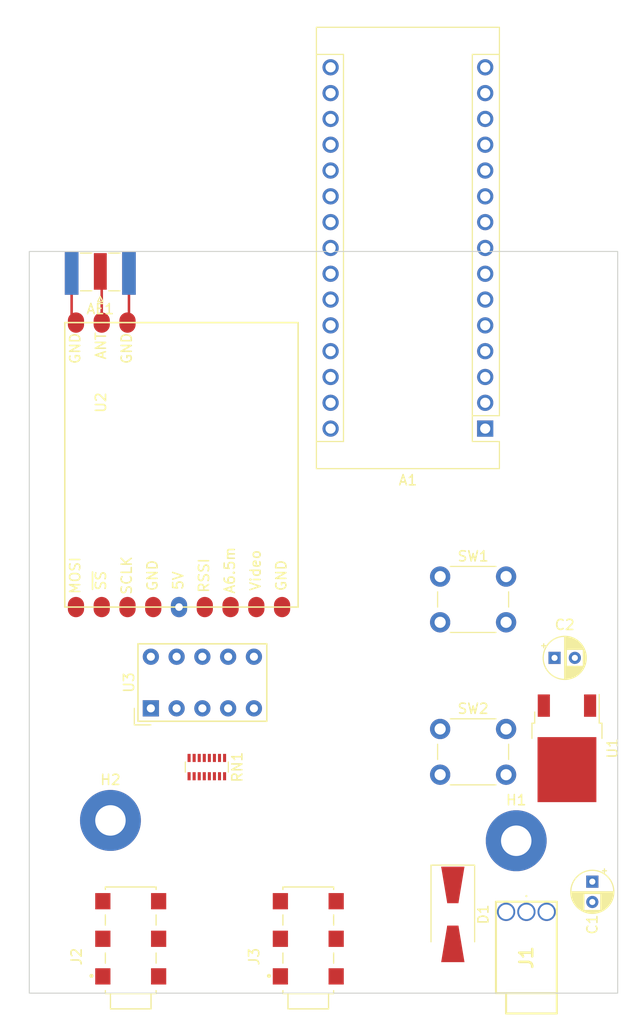
<source format=kicad_pcb>
(kicad_pcb (version 20211014) (generator pcbnew)
  (layers (0 "F.Cu" signal) (31 "B.Cu" signal) (34 "B.Paste" user) (35 "F.Paste" user) (36 "B.SilkS" user "B.Silkscreen") (37 "F.SilkS" user "F.Silkscreen") (38 "B.Mask" user) (39 "F.Mask" user) (44 "Edge.Cuts" user))
  (net 0 "")
  (net 1 "/TX")
  (net 2 "/RX")
  (net 5 "/SW1")
  (net 6 "/SW2")
  (net 7 "/RSSI_out")
  (net 9 "/7seg_a")
  (net 10 "/7seg_b")
  (net 11 "/7seg_c")
  (net 12 "/7seg_d")
  (net 13 "/MOSI")
  (net 14 "/RX5808_CS")
  (net 15 "/CLK")
  (net 16 "/7seg_dp")
  (net 19 "/7seg_e")
  (net 20 "/7seg_f")
  (net 21 "/7seg_g")
  (net 22 "/7seg_d0")
  (net 23 "/7seg_d1")
  (net 26 "/RSSI")
  (net 27 "+5V")
  (net 31 "Net-(AE1-Pad1)")
  (net 32 "Net-(AE1-Pad2)")
  (net 33 "Net-(C1-Pad1)")
  (net 34 "GND")
  (net 35 "+BATT")
  (net 36 "Net-(RN1-Pad1)")
  (net 37 "Net-(RN1-Pad2)")
  (net 38 "Net-(RN1-Pad3)")
  (net 39 "Net-(RN1-Pad4)")
  (net 40 "Net-(RN1-Pad5)")
  (net 41 "Net-(RN1-Pad6)")
  (net 42 "Net-(RN1-Pad7)")
  (net 43 "Net-(RN1-Pad8)")
  (net 44 "/7seg_d2")
  (footprint "Display_7Segment:HDSP-7401" (layer "F.Cu") (at 210.9825 97.9675 90)
    (fp_text reference "U3" (at 2.54 -2.159 90) (layer "F.SilkS"))
    (fp_text value "D2821ASR")
    (fp_line (start 6.35 -1.27) (end -1.27 -1.27) (layer "F.SilkS") (width 0.15))
    (fp_line (start -1.27 -1.27) (end -1.27 11.43) (layer "F.SilkS") (width 0.15))
    (fp_line (start -1.63 -1.63) (end 0 -1.63) (layer "F.SilkS") (width 0.12))
    (fp_line (start -1.63 0) (end -1.63 -1.63) (layer "F.SilkS") (width 0.12))
    (fp_line (start 6.35 11.43) (end 6.35 -1.27) (layer "F.SilkS") (width 0.15))
    (fp_line (start -1.27 11.43) (end 6.35 11.43) (layer "F.SilkS") (width 0.15))
    (pad "1" thru_hole rect locked (at 0 0 90) (size 1.6 1.6) (drill 0.8) (layers *.Cu *.Mask) (net 39 "Net-(RN1-Pad4)"))
    (pad "2" thru_hole circle locked (at 0 2.54 90) (size 1.6 1.6) (drill 0.8) (layers *.Cu *.Mask) (net 40 "Net-(RN1-Pad5)"))
    (pad "3" thru_hole circle locked (at 0 5.08 90) (size 1.6 1.6) (drill 0.8) (layers *.Cu *.Mask) (net 41 "Net-(RN1-Pad6)"))
    (pad "4" thru_hole circle locked (at 0 7.62 90) (size 1.6 1.6) (drill 0.8) (layers *.Cu *.Mask) (net 37 "Net-(RN1-Pad2)"))
    (pad "5" thru_hole circle locked (at 0 10.16 90) (size 1.6 1.6) (drill 0.8) (layers *.Cu *.Mask) (net 36 "Net-(RN1-Pad1)"))
    (pad "6" thru_hole circle locked (at 5.08 10.16 90) (size 1.6 1.6) (drill 0.8) (layers *.Cu *.Mask) (net 44 "/7seg_d2"))
    (pad "7" thru_hole circle locked (at 5.08 7.62 90) (size 1.6 1.6) (drill 0.8) (layers *.Cu *.Mask) (net 43 "Net-(RN1-Pad8)"))
    (pad "8" thru_hole circle locked (at 5.08 5.08 90) (size 1.6 1.6) (drill 0.8) (layers *.Cu *.Mask) (net 42 "Net-(RN1-Pad7)"))
    (pad "9" thru_hole circle locked (at 5.08 2.54 90) (size 1.6 1.6) (drill 0.8) (layers *.Cu *.Mask) (net 23 "/7seg_d1"))
    (pad "10" thru_hole circle locked (at 5.08 0 90) (size 1.6 1.6) (drill 0.8) (layers *.Cu *.Mask) (net 38 "Net-(RN1-Pad3)"))
  )
  (footprint "RX5808:CUI_SJ2-25414D-SMT-TR" (layer "F.Cu") (at 209 120.75 90)
    (fp_text reference "J2" (at -1.6537 -5.34267 90) (layer "F.SilkS") (effects (font (size 1.001622 1.001622))))
    (fp_text value "SJ2-25414D-SMT-TR")
    (fp_line (start -2.3 -2.5) (end -1.3 -2.5) (layer "F.SilkS") (width 0.127))
    (fp_line (start 4.95 -2.5) (end 5.2 -2.5) (layer "F.SilkS") (width 0.127))
    (fp_line (start -5.3 2) (end -5.3 -2) (layer "F.SilkS") (width 0.127))
    (fp_line (start -5.3 -2) (end -5.3 -2.5) (layer "F.SilkS") (width 0.127))
    (fp_line (start 4.95 2.5) (end 5.2 2.5) (layer "F.SilkS") (width 0.127))
    (fp_line (start -6.8 2) (end -5.3 2) (layer "F.SilkS") (width 0.127))
    (fp_line (start -5.3 -2.5) (end -5 -2.5) (layer "F.SilkS") (width 0.127))
    (fp_line (start -2.3 2.5) (end -1.3 2.5) (layer "F.SilkS") (width 0.127))
    (fp_line (start 1.45 -2.5) (end 2.45 -2.5) (layer "F.SilkS") (width 0.127))
    (fp_line (start -5.3 -2) (end -6.8 -2) (layer "F.SilkS") (width 0.127))
    (fp_line (start -6.8 -2) (end -6.8 2) (layer "F.SilkS") (width 0.127))
    (fp_line (start -5.3 2.5) (end -5 2.5) (layer "F.SilkS") (width 0.127))
    (fp_line (start -5.3 2.5) (end -5.3 2) (layer "F.SilkS") (width 0.127))
    (fp_line (start 1.45 2.5) (end 2.45 2.5) (layer "F.SilkS") (width 0.127))
    (fp_line (start 5.2 -2.5) (end 5.2 2.5) (layer "F.SilkS") (width 0.127))
    (fp_circle (center -3.55 -3.873) (end -3.45 -3.873) (layer "F.SilkS") (width 0.2) (fill none))
    (pad "" np_thru_hole circle (at -2.5 0 90) (size 1.5 1.5) (drill 1.5) (layers *.Cu *.Mask))
    (pad "" np_thru_hole circle (at 2.5 0 90) (size 1.5 1.5) (drill 1.5) (layers *.Cu *.Mask))
    (pad "1" smd rect (at -3.6 -2.75 90) (size 1.6 1.5) (layers "F.Cu" "F.Paste" "F.Mask"))
    (pad "2" smd rect (at 0.1 2.75 90) (size 1.6 1.5) (layers "F.Cu" "F.Paste" "F.Mask"))
    (pad "3" smd rect (at 0.1 -2.75 90) (size 1.6 1.5) (layers "F.Cu" "F.Paste" "F.Mask"))
    (pad "4" smd rect (at -3.6 2.75 90) (size 1.6 1.5) (layers "F.Cu" "F.Paste" "F.Mask"))
    (pad "10" smd rect (at 3.8 2.75 90) (size 1.6 1.5) (layers "F.Cu" "F.Paste" "F.Mask"))
    (pad "11" smd rect (at 3.8 -2.75 90) (size 1.6 1.5) (layers "F.Cu" "F.Paste" "F.Mask"))
  )
  (footprint "RX5808:RX5808" (layer "F.Cu") (at 202.5 60 -90)
    (fp_text reference "U2" (at 7.874 -3.556 90) (layer "F.SilkS"))
    (fp_text value "RX5808")
    (fp_text user "GND" (at 2.54 -1.016 90) (layer "F.SilkS"))
    (fp_text user "GND" (at 2.54 -6.096 90) (layer "F.SilkS"))
    (fp_text user "A6.5m" (at 24.384 -16.256 90) (layer "F.SilkS"))
    (fp_text user "~{SS}" (at 25.4 -3.556 90) (layer "F.SilkS"))
    (fp_text user "GND" (at 24.892 -8.636 90) (layer "F.SilkS"))
    (fp_text user "MOSI" (at 24.892 -1.016 90) (layer "F.SilkS"))
    (fp_text user "ANT" (at 2.286 -3.556 90) (layer "F.SilkS"))
    (fp_text user "SCLK" (at 24.892 -6.096 90) (layer "F.SilkS"))
    (fp_text user "RSSI" (at 24.892 -13.716 90) (layer "F.SilkS"))
    (fp_text user "Video" (at 24.384 -18.796 90) (layer "F.SilkS"))
    (fp_text user "5V" (at 25.4 -11.176 90) (layer "F.SilkS"))
    (fp_text user "GND" (at 24.892 -21.336 90) (layer "F.SilkS"))
    (fp_line (start 28 0) (end 28 -23) (layer "F.SilkS") (width 0.15))
    (fp_line (start 28 -23) (end 0 -23) (layer "F.SilkS") (width 0.15))
    (fp_line (start 0 0) (end 28 0) (layer "F.SilkS") (width 0.15))
    (fp_line (start 0 -23) (end 0 0) (layer "F.SilkS") (width 0.15))
    (pad "1" smd oval locked (at 28 -21.42 270) (size 2 1.6) (layers "F.Cu" "F.Paste" "F.Mask") (net 34 "GND"))
    (pad "2" smd oval locked (at 28 -18.88 270) (size 2 1.6) (layers "F.Cu" "F.Paste" "F.Mask"))
    (pad "3" smd oval locked (at 28 -16.34 270) (size 2 1.6) (layers "F.Cu" "F.Paste" "F.Mask"))
    (pad "4" smd oval locked (at 28 -13.8 270) (size 2 1.6) (layers "F.Cu" "F.Paste" "F.Mask") (net 26 "/RSSI"))
    (pad "5" thru_hole oval locked (at 28 -11.26 270) (size 2 1.6) (drill oval 0.75) (layers *.Cu *.Mask) (net 27 "+5V"))
    (pad "6" smd oval locked (at 28 -8.72 270) (size 2 1.6) (layers "F.Cu" "F.Paste" "F.Mask") (net 34 "GND"))
    (pad "7" smd oval locked (at 28 -6.18 270) (size 2 1.6) (layers "F.Cu" "F.Paste" "F.Mask") (net 15 "/CLK"))
    (pad "8" smd oval locked (at 28 -3.64 270) (size 2 1.6) (layers "F.Cu" "F.Paste" "F.Mask") (net 14 "/RX5808_CS"))
    (pad "9" smd oval locked (at 28 -1.1 270) (size 2 1.6) (layers "F.Cu" "F.Paste" "F.Mask") (net 13 "/MOSI"))
    (pad "10" smd oval locked (at 0 -6.18 270) (size 2 1.6) (layers "F.Cu" "F.Paste" "F.Mask") (net 32 "Net-(AE1-Pad2)"))
    (pad "11" smd oval locked (at 0 -3.64 270) (size 2 1.6) (layers "F.Cu" "F.Paste" "F.Mask") (net 31 "Net-(AE1-Pad1)"))
    (pad "12" smd oval locked (at 0 -1.1 270) (size 2 1.6) (layers "F.Cu" "F.Paste" "F.Mask") (net 32 "Net-(AE1-Pad2)"))
  )
  (footprint "Connector_Coaxial:SMA_Samtec_SMA-J-P-X-ST-EM1_EdgeMount" (layer "F.Cu") (at 206 55.1625 180)
    (fp_text reference "AE1" (at 0 -3.5) (layer "F.SilkS"))
    (fp_text value "Antenna_Shield")
    (fp_line (start 0.84 2) (end 1.95 2) (layer "F.SilkS") (width 0.12))
    (fp_line (start -1.95 2) (end -0.84 2) (layer "F.SilkS") (width 0.12))
    (fp_line (start 0.84 -1.71) (end 1.95 -1.71) (layer "F.SilkS") (width 0.12))
    (fp_line (start 0 -2.26) (end 0.25 -2.76) (layer "F.SilkS") (width 0.12))
    (fp_line (start -0.25 -2.76) (end 0 -2.26) (layer "F.SilkS") (width 0.12))
    (fp_line (start -1.95 -1.71) (end -0.84 -1.71) (layer "F.SilkS") (width 0.12))
    (fp_line (start 0.25 -2.76) (end -0.25 -2.76) (layer "F.SilkS") (width 0.12))
    (pad "1" smd rect locked (at 0 0.2 180) (size 1.27 3.6) (layers "F.Cu" "F.Paste" "F.Mask") (net 31 "Net-(AE1-Pad1)"))
    (pad "2" smd rect locked (at -2.825 0 180) (size 1.35 4.2) (layers "F.Cu" "F.Paste" "F.Mask") (net 32 "Net-(AE1-Pad2)"))
    (pad "2" smd rect locked (at 2.825 0 180) (size 1.35 4.2) (layers "F.Cu" "F.Paste" "F.Mask") (net 32 "Net-(AE1-Pad2)"))
    (pad "2" smd rect locked (at 2.825 0 180) (size 1.35 4.2) (layers "B.Cu" "B.Paste" "B.Mask") (net 32 "Net-(AE1-Pad2)"))
    (pad "2" smd rect locked (at -2.825 0 180) (size 1.35 4.2) (layers "B.Cu" "B.Paste" "B.Mask") (net 32 "Net-(AE1-Pad2)"))
  )
  (footprint "Capacitor_THT:CP_Radial_D4.0mm_P2.00mm" (layer "F.Cu") (at 254.5 115.027401 -90)
    (fp_text reference "C1" (at 4.222599 0 90) (layer "F.SilkS"))
    (fp_text value "47u16V")
    (fp_line (start 2.161 0.84) (end 2.161 1.735) (layer "F.SilkS") (width 0.12))
    (fp_line (start 2.041 0.84) (end 2.041 1.808) (layer "F.SilkS") (width 0.12))
    (fp_line (start 2.001 0.84) (end 2.001 1.83) (layer "F.SilkS") (width 0.12))
    (fp_line (start 2.521 -1.438) (end 2.521 -0.84) (layer "F.SilkS") (width 0.12))
    (fp_line (start 2.121 0.84) (end 2.121 1.76) (layer "F.SilkS") (width 0.12))
    (fp_line (start 1.52 -2.016) (end 1.52 -0.84) (layer "F.SilkS") (width 0.12))
    (fp_line (start 1.4 -2.042) (end 1.4 -0.84) (layer "F.SilkS") (width 0.12))
    (fp_line (start -1.269801 -1.195) (end -0.869801 -1.195) (layer "F.SilkS") (width 0.12))
    (fp_line (start 1.68 -1.968) (end 1.68 -0.84) (layer "F.SilkS") (width 0.12))
    (fp_line (start 2.201 0.84) (end 2.201 1.708) (layer "F.SilkS") (width 0.12))
    (fp_line (start 2.441 -1.516) (end 2.441 -0.84) (layer "F.SilkS") (width 0.12))
    (fp_line (start 1.56 0.84) (end 1.56 2.005) (layer "F.SilkS") (width 0.12))
    (fp_line (start 1.721 0.84) (end 1.721 1.954) (layer "F.SilkS") (width 0.12))
    (fp_line (start 2.601 0.84) (end 2.601 1.351) (layer "F.SilkS") (width 0.12))
    (fp_line (start 2.721 -1.2) (end 2.721 -0.84) (layer "F.SilkS") (width 0.12))
    (fp_line (start 2.921 -0.859) (end 2.921 0.859) (layer "F.SilkS") (width 0.12))
    (fp_line (start 2.281 -1.65) (end 2.281 -0.84) (layer "F.SilkS") (width 0.12))
    (fp_line (start 2.721 0.84) (end 2.721 1.2) (layer "F.SilkS") (width 0.12))
    (fp_line (start 2.081 -1.785) (end 2.081 -0.84) (layer "F.SilkS") (width 0.12))
    (fp_line (start 2.441 0.84) (end 2.441 1.516) (layer "F.SilkS") (width 0.12))
    (fp_line (start 1.24 0.84) (end 1.24 2.067) (layer "F.SilkS") (width 0.12))
    (fp_line (start 1.68 0.84) (end 1.68 1.968) (layer "F.SilkS") (width 0.12))
    (fp_line (start 1.52 0.84) (end 1.52 2.016) (layer "F.SilkS") (width 0.12))
    (fp_line (start 1.6 0.84) (end 1.6 1.994) (layer "F.SilkS") (width 0.12))
    (fp_line (start 1.801 -1.924) (end 1.801 -0.84) (layer "F.SilkS") (width 0.12))
    (fp_line (start 1.921 -1.87) (end 1.921 -0.84) (layer "F.SilkS") (width 0.12))
    (fp_line (start 1.04 -2.08) (end 1.04 2.08) (layer "F.SilkS") (width 0.12))
    (fp_line (start 1.32 0.84) (end 1.32 2.056) (layer "F.SilkS") (width 0.12))
    (fp_line (start 1.36 0.84) (end 1.36 2.05) (layer "F.SilkS") (width 0.12))
    (fp_line (start 2.681 -1.254) (end 2.681 -0.84) (layer "F.SilkS") (width 0.12))
    (fp_line (start 1.64 0.84) (end 1.64 1.982) (layer "F.SilkS") (width 0.12))
    (fp_line (start 2.401 -1.552) (end 2.401 -0.84) (layer "F.SilkS") (width 0.12))
    (fp_line (start 2.601 -1.351) (end 2.601 -0.84) (layer "F.SilkS") (width 0.12))
    (fp_line (start 1.761 -1.94) (end 1.761 -0.84) (layer "F.SilkS") (width 0.12))
    (fp_line (start 1.16 -2.074) (end 1.16 2.074) (layer "F.SilkS") (width 0.12))
    (fp_line (start 1.32 -2.056) (end 1.32 -0.84) (layer "F.SilkS") (width 0.12))
    (fp_line (start 1.761 0.84) (end 1.761 1.94) (layer "F.SilkS") (width 0.12))
    (fp_line (start 1.64 -1.982) (end 1.64 -0.84) (layer "F.SilkS") (width 0.12))
    (fp_line (start 1.08 -2.079) (end 1.08 2.079) (layer "F.SilkS") (width 0.12))
    (fp_line (start 2.761 -1.142) (end 2.761 -0.84) (layer "F.SilkS") (width 0.12))
    (fp_line (start 2.641 -1.304) (end 2.641 -0.84) (layer "F.SilkS") (width 0.12))
    (fp_line (start 2.641 0.84) (end 2.641 1.304) (layer "F.SilkS") (width 0.12))
    (fp_line (start 1 -2.08) (end 1 2.08) (layer "F.SilkS") (width 0.12))
    (fp_line (start 3.001 -0.664) (end 3.001 0.664) (layer "F.SilkS") (width 0.12))
    (fp_line (start 1.36 -2.05) (end 1.36 -0.84) (layer "F.SilkS") (width 0.12))
    (fp_line (start 2.561 0.84) (end 2.561 1.396) (layer "F.SilkS") (width 0.12))
    (fp_line (start 2.961 -0.768) (end 2.961 0.768) (layer "F.SilkS") (width 0.12))
    (fp_line (start 1.28 0.84) (end 1.28 2.062) (layer "F.SilkS") (width 0.12))
    (fp_line (start 2.881 -0.94) (end 2.881 0.94) (layer "F.SilkS") (width 0.12))
    (fp_line (start -1.069801 -1.395) (end -1.069801 -0.995) (layer "F.SilkS") (width 0.12))
    (fp_line (start 1.44 0.84) (end 1.44 2.034) (layer "F.SilkS") (width 0.12))
    (fp_line (start 1.24 -2.067) (end 1.24 -0.84) (layer "F.SilkS") (width 0.12))
    (fp_line (start 2.481 -1.478) (end 2.481 -0.84) (layer "F.SilkS") (width 0.12))
    (fp_line (start 1.56 -2.005) (end 1.56 -0.84) (layer "F.SilkS") (width 0.12))
    (fp_line (start 1.841 -1.907) (end 1.841 -0.84) (layer "F.SilkS") (width 0.12))
    (fp_line (start 2.241 -1.68) (end 2.241 -0.84) (layer "F.SilkS") (width 0.12))
    (fp_line (start 2.081 0.84) (end 2.081 1.785) (layer "F.SilkS") (width 0.12))
    (fp_line (start 2.161 -1.735) (end 2.161 -0.84) (layer "F.SilkS") (width 0.12))
    (fp_line (start 1.961 -1.851) (end 1.961 -0.84) (layer "F.SilkS") (width 0.12))
    (fp_line (start 1.44 -2.034) (end 1.44 -0.84) (layer "F.SilkS") (width 0.12))
    (fp_line (start 2.361 0.84) (end 2.361 1.587) (layer "F.SilkS") (width 0.12))
    (fp_line (start 1.4 0.84) (end 1.4 2.042) (layer "F.SilkS") (width 0.12))
    (fp_line (start 2.281 0.84) (end 2.281 1.65) (layer "F.SilkS") (width 0.12))
    (fp_line (start 2.801 0.84) (end 2.801 1.08) (layer "F.SilkS") (width 0.12))
    (fp_line (start 1.961 0.84) (end 1.961 1.851) (layer "F.SilkS") (width 0.12))
    (fp_line (start 2.761 0.84) (end 2.761 1.142) (layer "F.SilkS") (width 0.12))
    (fp_line (start 1.881 -1.889) (end 1.881 -0.84) (layer "F.SilkS") (width 0.12))
    (fp_line (start 1.881 0.84) (end 1.881 1.889) (layer "F.SilkS") (width 0.12))
    (fp_line (start 3.081 -0.37) (end 3.081 0.37) (layer "F.SilkS") (width 0.12))
    (fp_line (start 1.921 0.84) (end 1.921 1.87) (layer "F.SilkS") (width 0.12))
    (fp_line (start 1.48 0.84) (end 1.48 2.025) (layer "F.SilkS") (width 0.12))
    (fp_line (start 2.041 -1.808) (end 2.041 -0.84) (layer "F.SilkS") (width 0.12))
    (fp_line (start 2.561 -1.396) (end 2.561 -0.84) (layer "F.SilkS") (width 0.12))
    (fp_line (start 2.801 -1.08) (end 2.801 -0.84) (layer "F.SilkS") (width 0.12))
    (fp_line (start 2.521 0.84) (end 2.521 1.438) (layer "F.SilkS") (width 0.12))
    (fp_line (start 2.241 0.84) (end 2.241 1.68) (layer "F.SilkS") (width 0.12))
    (fp_line (start 2.401 0.84) (end 2.401 1.552) (layer "F.SilkS") (width 0.12))
    (fp_line (start 1.28 -2.062) (end 1.28 -0.84) (layer "F.SilkS") (width 0.12))
    (fp_line (start 2.321 0.84) (end 2.321 1.619) (layer "F.SilkS") (width 0.12))
    (fp_line (start 1.841 0.84) (end 1.841 1.907) (layer "F.SilkS") (width 0.12))
    (fp_line (start 2.001 -1.83) (end 2.001 -0.84) (layer "F.SilkS") (width 0.12))
    (fp_line (start 2.201 -1.708) (end 2.201 -0.84) (layer "F.SilkS") (width 0.12))
    (fp_line (start 2.681 0.84) (end 2.681 1.254) (layer "F.SilkS") (width 0.12))
    (fp_line (start 2.841 -1.013) (end 2.841 1.013) (layer "F.SilkS") (width 0.12))
    (fp_line (start 3.041 -0.537) (end 3.041 0.537) (layer "F.SilkS") (width 0.12))
    (fp_line (start 1.6 -1.994) (end 1.6 -0.84) (layer "F.SilkS") (width 0.12))
    (fp_line (start 2.121 -1.76) (end 2.121 -0.84) (layer "F.SilkS") (width 0.12))
    (fp_line (start 2.481 0.84) (end 2.481 1.478) (layer "F.SilkS") (width 0.12))
    (fp_line (start 1.12 -2.077) (end 1.12 2.077) (layer "F.SilkS") (width 0.12))
    (fp_line (start 1.2 -2.071) (end 1.2 -0.84) (layer "F.SilkS") (width 0.12))
    (fp_line (start 1.48 -2.025) (end 1.48 -0.84) (layer "F.SilkS") (width 0.12))
    (fp_line (start 2.321 -1.619) (end 2.321 -0.84) (layer "F.SilkS") (width 0.12))
    (fp_line (start 2.361 -1.587) (end 2.361 -0.84) (layer "F.SilkS") (width 0.12))
    (fp_line (start 1.2 0.84) (end 1.2 2.071) (layer "F.SilkS") (width 0.12))
    (fp_line (start 1.721 -1.954) (end 1.721 -0.84) (layer "F.SilkS") (width 0.12))
    (fp_line (start 1.801 0.84) (end 1.801 1.924) (layer "F.SilkS") (width 0.12))
    (fp_circle (center 1 0) (end 3.12 0) (layer "F.SilkS") (width 0.12) (fill none))
    (pad "1" thru_hole rect (at 0 0 270) (size 1.2 1.2) (drill 0.6) (layers *.Cu *.Mask) (net 33 "Net-(C1-Pad1)"))
    (pad "2" thru_hole circle (at 2 0 270) (size 1.2 1.2) (drill 0.6) (layers *.Cu *.Mask) (net 34 "GND"))
  )
  (footprint "RX5808:PJ040CH" (layer "F.Cu") (at 248 118 90)
    (fp_text reference "J1" (at -4.5 0 90) (layer "F.SilkS") (effects (font (size 1.27 1.27) (thickness 0.254))))
    (fp_text value "Barrel_Jack" hide)
    (fp_line (start -8 3) (end -8 -3) (layer "F.SilkS") (width 0.2))
    (fp_line (start -8 -3) (end 1 -3) (layer "F.SilkS") (width 0.2))
    (fp_line (start -10 -2) (end -8 -2) (layer "F.SilkS") (width 0.2))
    (fp_line (start -10 3) (end -10 -2) (layer "F.SilkS") (width 0.2))
    (fp_line (start 1 -3) (end 1 3) (layer "F.SilkS") (width 0.2))
    (fp_line (start 1.5 0) (end 1.5 0) (layer "F.SilkS") (width 0.1))
    (fp_line (start 1.6 0) (end 1.6 0) (layer "F.SilkS") (width 0.1))
    (fp_line (start 1 3) (end -8 3) (layer "F.SilkS") (width 0.2))
    (fp_line (start -8 3) (end -10 3) (layer "F.SilkS") (width 0.2))
    (fp_line (start -8 -2) (end -8 3) (layer "F.SilkS") (width 0.2))
    (fp_arc (start 1.5 0) (mid 1.55 -0.05) (end 1.6 0) (layer "F.SilkS") (width 0.1))
    (fp_arc (start 1.6 0) (mid 1.55 0.05) (end 1.5 0) (layer "F.SilkS") (width 0.1))
    (pad "" np_thru_hole circle locked (at -6 -2 90) (size 1.3 1.3) (drill 1.3) (layers *.Cu *.Mask))
    (pad "" np_thru_hole circle locked (at -6 2 90) (size 1.3 1.3) (drill 1.3) (layers *.Cu *.Mask))
    (pad "1" thru_hole circle locked (at 0 0 90) (size 1.8 1.8) (drill 1.44) (layers *.Cu *.Mask) (net 35 "+BATT"))
    (pad "2" thru_hole circle locked (at 0 2 90) (size 1.8 1.8) (drill 1.44) (layers *.Cu *.Mask) (net 34 "GND"))
    (pad "3" thru_hole circle locked (at 0 -2 90) (size 1.8 1.8) (drill 1.44) (layers *.Cu *.Mask) (net 34 "GND"))
  )
  (footprint "Button_Switch_THT:SW_PUSH_6mm_H13mm" (layer "F.Cu") (at 239.5 100)
    (fp_text reference "SW2" (at 3.25 -2) (layer "F.SilkS"))
    (fp_text value "SW_Push")
    (fp_line (start -0.25 1.5) (end -0.25 3) (layer "F.SilkS") (width 0.12))
    (fp_line (start 6.75 3) (end 6.75 1.5) (layer "F.SilkS") (width 0.12))
    (fp_line (start 1 5.5) (end 5.5 5.5) (layer "F.SilkS") (width 0.12))
    (fp_line (start 5.5 -1) (end 1 -1) (layer "F.SilkS") (width 0.12))
    (pad "1" thru_hole circle locked (at 0 0 90) (size 2 2) (drill 1.1) (layers *.Cu *.Mask) (net 5 "/SW1"))
    (pad "1" thru_hole circle locked (at 6.5 0 90) (size 2 2) (drill 1.1) (layers *.Cu *.Mask) (net 5 "/SW1"))
    (pad "2" thru_hole circle locked (at 0 4.5 90) (size 2 2) (drill 1.1) (layers *.Cu *.Mask) (net 34 "GND"))
    (pad "2" thru_hole circle locked (at 6.5 4.5 90) (size 2 2) (drill 1.1) (layers *.Cu *.Mask) (net 34 "GND"))
  )
  (footprint "MountingHole:MountingHole_3mm_Pad" (layer "F.Cu") (at 247 111)
    (fp_text reference "H1" (at 0 -4) (layer "F.SilkS"))
    (fp_text value "MountingHole_Pad")
    (pad "1" thru_hole circle (at 0 0) (size 6 6) (drill 3) (layers *.Cu *.Mask) (net 34 "GND"))
  )
  (footprint "MountingHole:MountingHole_3mm_Pad" (layer "F.Cu") (at 207 109)
    (fp_text reference "H2" (at 0 -4) (layer "F.SilkS"))
    (fp_text value "MountingHole_Pad")
    (pad "1" thru_hole circle (at 0 0) (size 6 6) (drill 3) (layers *.Cu *.Mask) (net 34 "GND"))
  )
  (footprint "RX5808:CUI_SJ2-25414D-SMT-TR" (layer "F.Cu") (at 226.5 120.75 90)
    (fp_text reference "J3" (at -1.6537 -5.34267 90) (layer "F.SilkS") (effects (font (size 1.001622 1.001622))))
    (fp_text value "SJ2-25414D-SMT-TR")
    (fp_line (start 4.95 -2.5) (end 5.2 -2.5) (layer "F.SilkS") (width 0.127))
    (fp_line (start -6.8 -2) (end -6.8 2) (layer "F.SilkS") (width 0.127))
    (fp_line (start 4.95 2.5) (end 5.2 2.5) (layer "F.SilkS") (width 0.127))
    (fp_line (start -2.3 2.5) (end -1.3 2.5) (layer "F.SilkS") (width 0.127))
    (fp_line (start -5.3 2.5) (end -5.3 2) (layer "F.SilkS") (width 0.127))
    (fp_line (start -5.3 -2) (end -6.8 -2) (layer "F.SilkS") (width 0.127))
    (fp_line (start -5.3 2.5) (end -5 2.5) (layer "F.SilkS") (width 0.127))
    (fp_line (start -5.3 -2.5) (end -5 -2.5) (layer "F.SilkS") (width 0.127))
    (fp_line (start 1.45 -2.5) (end 2.45 -2.5) (layer "F.SilkS") (width 0.127))
    (fp_line (start -5.3 -2) (end -5.3 -2.5) (layer "F.SilkS") (width 0.127))
    (fp_line (start 1.45 2.5) (end 2.45 2.5) (layer "F.SilkS") (width 0.127))
    (fp_line (start -2.3 -2.5) (end -1.3 -2.5) (layer "F.SilkS") (width 0.127))
    (fp_line (start -5.3 2) (end -5.3 -2) (layer "F.SilkS") (width 0.127))
    (fp_line (start 5.2 -2.5) (end 5.2 2.5) (layer "F.SilkS") (width 0.127))
    (fp_line (start -6.8 2) (end -5.3 2) (layer "F.SilkS") (width 0.127))
    (fp_circle (center -3.55 -3.873) (end -3.45 -3.873) (layer "F.SilkS") (width 0.2) (fill none))
    (pad "" np_thru_hole circle (at -2.5 0 90) (size 1.5 1.5) (drill 1.5) (layers *.Cu *.Mask))
    (pad "" np_thru_hole circle (at 2.5 0 90) (size 1.5 1.5) (drill 1.5) (layers *.Cu *.Mask))
    (pad "1" smd rect (at -3.6 -2.75 90) (size 1.6 1.5) (layers "F.Cu" "F.Paste" "F.Mask"))
    (pad "2" smd rect (at 0.1 2.75 90) (size 1.6 1.5) (layers "F.Cu" "F.Paste" "F.Mask"))
    (pad "3" smd rect (at 0.1 -2.75 90) (size 1.6 1.5) (layers "F.Cu" "F.Paste" "F.Mask"))
    (pad "4" smd rect (at -3.6 2.75 90) (size 1.6 1.5) (layers "F.Cu" "F.Paste" "F.Mask"))
    (pad "10" smd rect (at 3.8 2.75 90) (size 1.6 1.5) (layers "F.Cu" "F.Paste" "F.Mask"))
    (pad "11" smd rect (at 3.8 -2.75 90) (size 1.6 1.5) (layers "F.Cu" "F.Paste" "F.Mask"))
  )
  (footprint "Capacitor_THT:CP_Radial_D4.0mm_P2.00mm" (layer "F.Cu") (at 250.777401 93)
    (fp_text reference "C2" (at 1 -3.25) (layer "F.SilkS"))
    (fp_text value "470u10V")
    (fp_line (start 1.56 0.84) (end 1.56 2.005) (layer "F.SilkS") (width 0.12))
    (fp_line (start 2.721 0.84) (end 2.721 1.2) (layer "F.SilkS") (width 0.12))
    (fp_line (start 1.16 -2.074) (end 1.16 2.074) (layer "F.SilkS") (width 0.12))
    (fp_line (start 2.561 0.84) (end 2.561 1.396) (layer "F.SilkS") (width 0.12))
    (fp_line (start -1.069801 -1.395) (end -1.069801 -0.995) (layer "F.SilkS") (width 0.12))
    (fp_line (start 1.4 0.84) (end 1.4 2.042) (layer "F.SilkS") (width 0.12))
    (fp_line (start 1.52 0.84) (end 1.52 2.016) (layer "F.SilkS") (width 0.12))
    (fp_line (start 2.641 -1.304) (end 2.641 -0.84) (layer "F.SilkS") (width 0.12))
    (fp_line (start 1.48 0.84) (end 1.48 2.025) (layer "F.SilkS") (width 0.12))
    (fp_line (start 2.481 0.84) (end 2.481 1.478) (layer "F.SilkS") (width 0.12))
    (fp_line (start 2.201 0.84) (end 2.201 1.708) (layer "F.SilkS") (width 0.12))
    (fp_line (start 2.601 -1.351) (end 2.601 -0.84) (layer "F.SilkS") (width 0.12))
    (fp_line (start -1.269801 -1.195) (end -0.869801 -1.195) (layer "F.SilkS") (width 0.12))
    (fp_line (start 1.24 -2.067) (end 1.24 -0.84) (layer "F.SilkS") (width 0.12))
    (fp_line (start 3.081 -0.37) (end 3.081 0.37) (layer "F.SilkS") (width 0.12))
    (fp_line (start 1.68 -1.968) (end 1.68 -0.84) (layer "F.SilkS") (width 0.12))
    (fp_line (start 2.001 -1.83) (end 2.001 -0.84) (layer "F.SilkS") (width 0.12))
    (fp_line (start 1.841 -1.907) (end 1.841 -0.84) (layer "F.SilkS") (width 0.12))
    (fp_line (start 1.28 0.84) (end 1.28 2.062) (layer "F.SilkS") (width 0.12))
    (fp_line (start 2.241 -1.68) (end 2.241 -0.84) (layer "F.SilkS") (width 0.12))
    (fp_line (start 2.121 0.84) (end 2.121 1.76) (layer "F.SilkS") (width 0.12))
    (fp_line (start 1.68 0.84) (end 1.68 1.968) (layer "F.SilkS") (width 0.12))
    (fp_line (start 1.921 0.84) (end 1.921 1.87) (layer "F.SilkS") (width 0.12))
    (fp_line (start 1.761 0.84) (end 1.761 1.94) (layer "F.SilkS") (width 0.12))
    (fp_line (start 2.521 0.84) (end 2.521 1.438) (layer "F.SilkS") (width 0.12))
    (fp_line (start 2.761 0.84) (end 2.761 1.142) (layer "F.SilkS") (width 0.12))
    (fp_line (start 1.2 -2.071) (end 1.2 -0.84) (layer "F.SilkS") (width 0.12))
    (fp_line (start 1.36 -2.05) (end 1.36 -0.84) (layer "F.SilkS") (width 0.12))
    (fp_line (start 1.52 -2.016) (end 1.52 -0.84) (layer "F.SilkS") (width 0.12))
    (fp_line (start 1.801 -1.924) (end 1.801 -0.84) (layer "F.SilkS") (width 0.12))
    (fp_line (start 2.681 -1.254) (end 2.681 -0.84) (layer "F.SilkS") (width 0.12))
    (fp_line (start 2.121 -1.76) (end 2.121 -0.84) (layer "F.SilkS") (width 0.12))
    (fp_line (start 1.28 -2.062) (end 1.28 -0.84) (layer "F.SilkS") (width 0.12))
    (fp_line (start 1.64 -1.982) (end 1.64 -0.84) (layer "F.SilkS") (width 0.12))
    (fp_line (start 2.081 0.84) (end 2.081 1.785) (layer "F.SilkS") (width 0.12))
    (fp_line (start 2.361 -1.587) (end 2.361 -0.84) (layer "F.SilkS") (width 0.12))
    (fp_line (start 2.561 -1.396) (end 2.561 -0.84) (layer "F.SilkS") (width 0.12))
    (fp_line (start 1.32 0.84) (end 1.32 2.056) (layer "F.SilkS") (width 0.12))
    (fp_line (start 2.721 -1.2) (end 2.721 -0.84) (layer "F.SilkS") (width 0.12))
    (fp_line (start 2.921 -0.859) (end 2.921 0.859) (layer "F.SilkS") (width 0.12))
    (fp_line (start 1.32 -2.056) (end 1.32 -0.84) (layer "F.SilkS") (width 0.12))
    (fp_line (start 1.961 -1.851) (end 1.961 -0.84) (layer "F.SilkS") (width 0.12))
    (fp_line (start 1.2 0.84) (end 1.2 2.071) (layer "F.SilkS") (width 0.12))
    (fp_line (start 2.041 0.84) (end 2.041 1.808) (layer "F.SilkS") (width 0.12))
    (fp_line (start 2.961 -0.768) (end 2.961 0.768) (layer "F.SilkS") (width 0.12))
    (fp_line (start 2.481 -1.478) (end 2.481 -0.84) (layer "F.SilkS") (width 0.12))
    (fp_line (start 2.401 -1.552) (end 2.401 -0.84) (layer "F.SilkS") (width 0.12))
    (fp_line (start 2.241 0.84) (end 2.241 1.68) (layer "F.SilkS") (width 0.12))
    (fp_line (start 2.081 -1.785) (end 2.081 -0.84) (layer "F.SilkS") (width 0.12))
    (fp_line (start 1.04 -2.08) (end 1.04 2.08) (layer "F.SilkS") (width 0.12))
    (fp_line (start 1.56 -2.005) (end 1.56 -0.84) (layer "F.SilkS") (width 0.12))
    (fp_line (start 2.801 0.84) (end 2.801 1.08) (layer "F.SilkS") (width 0.12))
    (fp_line (start 1.881 0.84) (end 1.881 1.889) (layer "F.SilkS") (width 0.12))
    (fp_line (start 1.44 -2.034) (end 1.44 -0.84) (layer "F.SilkS") (width 0.12))
    (fp_line (start 3.001 -0.664) (end 3.001 0.664) (layer "F.SilkS") (width 0.12))
    (fp_line (start 1.24 0.84) (end 1.24 2.067) (layer "F.SilkS") (width 0.12))
    (fp_line (start 1.721 -1.954) (end 1.721 -0.84) (layer "F.SilkS") (width 0.12))
    (fp_line (start 2.201 -1.708) (end 2.201 -0.84) (layer "F.SilkS") (width 0.12))
    (fp_line (start 1.801 0.84) (end 1.801 1.924) (layer "F.SilkS") (width 0.12))
    (fp_line (start 2.161 0.84) (end 2.161 1.735) (layer "F.SilkS") (width 0.12))
    (fp_line (start 2.881 -0.94) (end 2.881 0.94) (layer "F.SilkS") (width 0.12))
    (fp_line (start 1.881 -1.889) (end 1.881 -0.84) (layer "F.SilkS") (width 0.12))
    (fp_line (start 1.64 0.84) (end 1.64 1.982) (layer "F.SilkS") (width 0.12))
    (fp_line (start 2.641 0.84) (end 2.641 1.304) (layer "F.SilkS") (width 0.12))
    (fp_line (start 1.4 -2.042) (end 1.4 -0.84) (layer "F.SilkS") (width 0.12))
    (fp_line (start 1.48 -2.025) (end 1.48 -0.84) (layer "F.SilkS") (width 0.12))
    (fp_line (start 2.801 -1.08) (end 2.801 -0.84) (layer "F.SilkS") (width 0.12))
    (fp_line (start 2.321 -1.619) (end 2.321 -0.84) (layer "F.SilkS") (width 0.12))
    (fp_line (start 3.041 -0.537) (end 3.041 0.537) (layer "F.SilkS") (width 0.12))
    (fp_line (start 2.321 0.84) (end 2.321 1.619) (layer "F.SilkS") (width 0.12))
    (fp_line (start 1.921 -1.87) (end 1.921 -0.84) (layer "F.SilkS") (width 0.12))
    (fp_line (start 1.761 -1.94) (end 1.761 -0.84) (layer "F.SilkS") (width 0.12))
    (fp_line (start 2.041 -1.808) (end 2.041 -0.84) (layer "F.SilkS") (width 0.12))
    (fp_line (start 1.36 0.84) (end 1.36 2.05) (layer "F.SilkS") (width 0.12))
    (fp_line (start 2.681 0.84) (end 2.681 1.254) (layer "F.SilkS") (width 0.12))
    (fp_line (start 1.721 0.84) (end 1.721 1.954) (layer "F.SilkS") (width 0.12))
    (fp_line (start 2.601 0.84) (end 2.601 1.351) (layer "F.SilkS") (width 0.12))
    (fp_line (start 2.281 -1.65) (end 2.281 -0.84) (layer "F.SilkS") (width 0.12))
    (fp_line (start 2.401 0.84) (end 2.401 1.552) (layer "F.SilkS") (width 0.12))
    (fp_line (start 1.6 0.84) (end 1.6 1.994) (layer "F.SilkS") (width 0.12))
    (fp_line (start 2.841 -1.013) (end 2.841 1.013) (layer "F.SilkS") (width 0.12))
    (fp_line (start 1.961 0.84) (end 1.961 1.851) (layer "F.SilkS") (width 0.12))
    (fp_line (start 2.281 0.84) (end 2.281 1.65) (layer "F.SilkS") (width 0.12))
    (fp_line (start 2.441 -1.516) (end 2.441 -0.84) (layer "F.SilkS") (width 0.12))
    (fp_line (start 1.12 -2.077) (end 1.12 2.077) (layer "F.SilkS") (width 0.12))
    (fp_line (start 1.6 -1.994) (end 1.6 -0.84) (layer "F.SilkS") (width 0.12))
    (fp_line (start 2.761 -1.142) (end 2.761 -0.84) (layer "F.SilkS") (width 0.12))
    (fp_line (start 2.361 0.84) (end 2.361 1.587) (layer "F.SilkS") (width 0.12))
    (fp_line (start 2.161 -1.735) (end 2.161 -0.84) (layer "F.SilkS") (width 0.12))
    (fp_line (start 1.08 -2.079) (end 1.08 2.079) (layer "F.SilkS") (width 0.12))
    (fp_line (start 2.521 -1.438) (end 2.521 -0.84) (layer "F.SilkS") (width 0.12))
    (fp_line (start 2.001 0.84) (end 2.001 1.83) (layer "F.SilkS") (width 0.12))
    (fp_line (start 1.44 0.84) (end 1.44 2.034) (layer "F.SilkS") (width 0.12))
    (fp_line (start 1.841 0.84) (end 1.841 1.907) (layer "F.SilkS") (width 0.12))
    (fp_line (start 1 -2.08) (end 1 2.08) (layer "F.SilkS") (width 0.12))
    (fp_line (start 2.441 0.84) (end 2.441 1.516) (layer "F.SilkS") (width 0.12))
    (fp_circle (center 1 0) (end 3.12 0) (layer "F.SilkS") (width 0.12) (fill none))
    (pad "1" thru_hole rect (at 0 0) (size 1.2 1.2) (drill 0.6) (layers *.Cu *.Mask) (net 27 "+5V"))
    (pad "2" thru_hole circle (at 2 0) (size 1.2 1.2) (drill 0.6) (layers *.Cu *.Mask) (net 34 "GND"))
  )
  (footprint "Resistor_SMD:R_Array_Convex_8x0602" (layer "F.Cu") (at 216.5 103.75 -90)
    (fp_text reference "RN1" (at 0 -3 90) (layer "F.SilkS"))
    (fp_text value "220R")
    (fp_line (start 0.5 2.12) (end -0.5 2.12) (layer "F.SilkS") (width 0.12))
    (fp_line (start 0.5 -2.12) (end -0.5 -2.12) (layer "F.SilkS") (width 0.12))
    (pad "1" smd rect (at -0.9 -1.75 270) (size 0.8 0.3) (layers "F.Cu" "F.Paste" "F.Mask") (net 36 "Net-(RN1-Pad1)"))
    (pad "2" smd rect (at -0.9 -1.25 270) (size 0.8 0.3) (layers "F.Cu" "F.Paste" "F.Mask") (net 37 "Net-(RN1-Pad2)"))
    (pad "3" smd rect (at -0.9 -0.75 270) (size 0.8 0.3) (layers "F.Cu" "F.Paste" "F.Mask") (net 38 "Net-(RN1-Pad3)"))
    (pad "4" smd rect (at -0.9 -0.25 270) (size 0.8 0.3) (layers "F.Cu" "F.Paste" "F.Mask") (net 39 "Net-(RN1-Pad4)"))
    (pad "5" smd rect (at -0.9 0.25 270) (size 0.8 0.3) (layers "F.Cu" "F.Paste" "F.Mask") (net 40 "Net-(RN1-Pad5)"))
    (pad "6" smd rect (at -0.9 0.75 270) (size 0.8 0.3) (layers "F.Cu" "F.Paste" "F.Mask") (net 41 "Net-(RN1-Pad6)"))
    (pad "7" smd rect (at -0.9 1.25 270) (size 0.8 0.3) (layers "F.Cu" "F.Paste" "F.Mask") (net 42 "Net-(RN1-Pad7)"))
    (pad "8" smd rect (at -0.9 1.75 270) (size 0.8 0.3) (layers "F.Cu" "F.Paste" "F.Mask") (net 43 "Net-(RN1-Pad8)"))
    (pad "9" smd rect (at 0.9 1.75 270) (size 0.8 0.3) (layers "F.Cu" "F.Paste" "F.Mask") (net 9 "/7seg_a"))
    (pad "10" smd rect (at 0.9 1.25 270) (size 0.8 0.3) (layers "F.Cu" "F.Paste" "F.Mask") (net 10 "/7seg_b"))
    (pad "11" smd rect (at 0.9 0.75 270) (size 0.8 0.3) (layers "F.Cu" "F.Paste" "F.Mask") (net 11 "/7seg_c"))
    (pad "12" smd rect (at 0.9 0.25 270) (size 0.8 0.3) (layers "F.Cu" "F.Paste" "F.Mask") (net 12 "/7seg_d"))
    (pad "13" smd rect (at 0.9 -0.25 270) (size 0.8 0.3) (layers "F.Cu" "F.Paste" "F.Mask") (net 19 "/7seg_e"))
    (pad "14" smd rect (at 0.9 -0.75 270) (size 0.8 0.3) (layers "F.Cu" "F.Paste" "F.Mask") (net 20 "/7seg_f"))
    (pad "15" smd rect (at 0.9 -1.25 270) (size 0.8 0.3) (layers "F.Cu" "F.Paste" "F.Mask") (net 21 "/7seg_g"))
    (pad "16" smd rect (at 0.9 -1.75 270) (size 0.8 0.3) (layers "F.Cu" "F.Paste" "F.Mask") (net 16 "/7seg_dp"))
  )
  (footprint "Package_TO_SOT_SMD:TO-252-2" (layer "F.Cu") (at 252 101.9 -90)
    (fp_text reference "U1" (at 0 -4.5 -90) (layer "F.SilkS"))
    (fp_text value "L7805")
    (fp_line (start -2.47 -3.18) (end -5.3 -3.18) (layer "F.SilkS") (width 0.12))
    (fp_line (start -2.47 -3.45) (end -2.47 -3.18) (layer "F.SilkS") (width 0.12))
    (fp_line (start -0.97 -3.45) (end -2.47 -3.45) (layer "F.SilkS") (width 0.12))
    (fp_line (start -0.97 3.45) (end -2.47 3.45) (layer "F.SilkS") (width 0.12))
    (fp_line (start -2.47 3.18) (end -3.57 3.18) (layer "F.SilkS") (width 0.12))
    (fp_line (start -2.47 3.45) (end -2.47 3.18) (layer "F.SilkS") (width 0.12))
    (pad "1" smd rect (at -4.2 -2.28 270) (size 2.2 1.2) (layers "F.Cu" "F.Paste" "F.Mask") (net 33 "Net-(C1-Pad1)"))
    (pad "2" smd rect (at 2.1 0 270) (size 6.4 5.8) (layers "F.Cu" "F.Mask") (net 34 "GND"))
    (pad "3" smd rect (at -4.2 2.28 270) (size 2.2 1.2) (layers "F.Cu" "F.Paste" "F.Mask") (net 27 "+5V"))
  )
  (footprint "Module:Arduino_Nano" (layer "F.Cu") (at 243.9416 70.4342 180)
    (fp_text reference "A1" (at 7.62 -5.08) (layer "F.SilkS"))
    (fp_text value "Arduino_Nano_v2.x")
    (fp_line (start 13.97 -1.27) (end 13.97 36.83) (layer "F.SilkS") (width 0.12))
    (fp_line (start 13.97 36.83) (end 16.64 36.83) (layer "F.SilkS") (width 0.12))
    (fp_line (start -1.4 39.5) (end 16.64 39.5) (layer "F.SilkS") (width 0.12))
    (fp_line (start 1.27 -1.27) (end -1.4 -1.27) (layer "F.SilkS") (width 0.12))
    (fp_line (start -1.4 1.27) (end -1.4 39.5) (layer "F.SilkS") (width 0.12))
    (fp_line (start 1.27 1.27) (end -1.4 1.27) (layer "F.SilkS") (width 0.12))
    (fp_line (start 1.27 1.27) (end 1.27 -1.27) (layer "F.SilkS") (width 0.12))
    (fp_line (start 16.64 -3.94) (end -1.4 -3.94) (layer "F.SilkS") (width 0.12))
    (fp_line (start 16.64 39.5) (end 16.64 -3.94) (layer "F.SilkS") (width 0.12))
    (fp_line (start -1.4 -3.94) (end -1.4 -1.27) (layer "F.SilkS") (width 0.12))
    (fp_line (start 1.27 1.27) (end 1.27 36.83) (layer "F.SilkS") (width 0.12))
    (fp_line (start 1.27 36.83) (end -1.4 36.83) (layer "F.SilkS") (width 0.12))
    (fp_line (start 13.97 -1.27) (end 16.64 -1.27) (layer "F.SilkS") (width 0.12))
    (pad "1" thru_hole rect (at 0 0 180) (size 1.6 1.6) (drill 1) (layers *.Cu *.Mask) (net 1 "/TX"))
    (pad "2" thru_hole oval (at 0 2.54 180) (size 1.6 1.6) (drill 1) (layers *.Cu *.Mask) (net 2 "/RX"))
    (pad "3" thru_hole oval (at 0 5.08 180) (size 1.6 1.6) (drill 1) (layers *.Cu *.Mask))
    (pad "4" thru_hole oval (at 0 7.62 180) (size 1.6 1.6) (drill 1) (layers *.Cu *.Mask))
    (pad "5" thru_hole oval (at 0 10.16 180) (size 1.6 1.6) (drill 1) (layers *.Cu *.Mask) (net 5 "/SW1"))
    (pad "6" thru_hole oval (at 0 12.7 180) (size 1.6 1.6) (drill 1) (layers *.Cu *.Mask) (net 6 "/SW2"))
    (pad "7" thru_hole oval (at 0 15.24 180) (size 1.6 1.6) (drill 1) (layers *.Cu *.Mask) (net 7 "/RSSI_out"))
    (pad "8" thru_hole oval (at 0 17.78 180) (size 1.6 1.6) (drill 1) (layers *.Cu *.Mask))
    (pad "9" thru_hole oval (at 0 20.32 180) (size 1.6 1.6) (drill 1) (layers *.Cu *.Mask) (net 9 "/7seg_a"))
    (pad "10" thru_hole oval (at 0 22.86 180) (size 1.6 1.6) (drill 1) (layers *.Cu *.Mask) (net 10 "/7seg_b"))
    (pad "11" thru_hole oval (at 0 25.4 180) (size 1.6 1.6) (drill 1) (layers *.Cu *.Mask) (net 11 "/7seg_c"))
    (pad "12" thru_hole oval (at 0 27.94 180) (size 1.6 1.6) (drill 1) (layers *.Cu *.Mask) (net 12 "/7seg_d"))
    (pad "13" thru_hole oval (at 0 30.48 180) (size 1.6 1.6) (drill 1) (layers *.Cu *.Mask) (net 13 "/MOSI"))
    (pad "14" thru_hole oval (at 0 33.02 180) (size 1.6 1.6) (drill 1) (layers *.Cu *.Mask) (net 14 "/RX5808_CS"))
    (pad "15" thru_hole oval (at 0 35.56 180) (size 1.6 1.6) (drill 1) (layers *.Cu *.Mask) (net 15 "/CLK"))
    (pad "16" thru_hole oval (at 15.24 35.56 180) (size 1.6 1.6) (drill 1) (layers *.Cu *.Mask) (net 16 "/7seg_dp"))
    (pad "17" thru_hole oval (at 15.24 33.02 180) (size 1.6 1.6) (drill 1) (layers *.Cu *.Mask))
    (pad "18" thru_hole oval (at 15.24 30.48 180) (size 1.6 1.6) (drill 1) (layers *.Cu *.Mask))
    (pad "19" thru_hole oval (at 15.24 27.94 180) (size 1.6 1.6) (drill 1) (layers *.Cu *.Mask) (net 19 "/7seg_e"))
    (pad "20" thru_hole oval (at 15.24 25.4 180) (size 1.6 1.6) (drill 1) (layers *.Cu *.Mask) (net 20 "/7seg_f"))
    (pad "21" thru_hole oval (at 15.24 22.86 180) (size 1.6 1.6) (drill 1) (layers *.Cu *.Mask) (net 21 "/7seg_g"))
    (pad "22" thru_hole oval (at 15.24 20.32 180) (size 1.6 1.6) (drill 1) (layers *.Cu *.Mask) (net 22 "/7seg_d0"))
    (pad "23" thru_hole oval (at 15.24 17.78 180) (size 1.6 1.6) (drill 1) (layers *.Cu *.Mask) (net 23 "/7seg_d1"))
    (pad "24" thru_hole oval (at 15.24 15.24 180) (size 1.6 1.6) (drill 1) (layers *.Cu *.Mask))
    (pad "25" thru_hole oval (at 15.24 12.7 180) (size 1.6 1.6) (drill 1) (layers *.Cu *.Mask))
    (pad "26" thru_hole oval (at 15.24 10.16 180) (size 1.6 1.6) (drill 1) (layers *.Cu *.Mask) (net 26 "/RSSI"))
    (pad "27" thru_hole oval (at 15.24 7.62 180) (size 1.6 1.6) (drill 1) (layers *.Cu *.Mask) (net 27 "+5V"))
    (pad "28" thru_hole oval (at 15.24 5.08 180) (size 1.6 1.6) (drill 1) (layers *.Cu *.Mask))
    (pad "29" thru_hole oval (at 15.24 2.54 180) (size 1.6 1.6) (drill 1) (layers *.Cu *.Mask))
    (pad "30" thru_hole oval (at 15.24 0 180) (size 1.6 1.6) (drill 1) (layers *.Cu *.Mask))
  )
  (footprint "Button_Switch_THT:SW_PUSH_6mm_H13mm" (layer "F.Cu") (at 239.5 85)
    (fp_text reference "SW1" (at 3.25 -2) (layer "F.SilkS"))
    (fp_text value "SW_Push")
    (fp_line (start -0.25 1.5) (end -0.25 3) (layer "F.SilkS") (width 0.12))
    (fp_line (start 5.5 -1) (end 1 -1) (layer "F.SilkS") (width 0.12))
    (fp_line (start 1 5.5) (end 5.5 5.5) (layer "F.SilkS") (width 0.12))
    (fp_line (start 6.75 3) (end 6.75 1.5) (layer "F.SilkS") (width 0.12))
    (pad "1" thru_hole circle locked (at 0 0 90) (size 2 2) (drill 1.1) (layers *.Cu *.Mask) (net 6 "/SW2"))
    (pad "1" thru_hole circle locked (at 6.5 0 90) (size 2 2) (drill 1.1) (layers *.Cu *.Mask) (net 6 "/SW2"))
    (pad "2" thru_hole circle locked (at 0 4.5 90) (size 2 2) (drill 1.1) (layers *.Cu *.Mask) (net 34 "GND"))
    (pad "2" thru_hole circle locked (at 6.5 4.5 90) (size 2 2) (drill 1.1) (layers *.Cu *.Mask) (net 34 "GND"))
  )
  (footprint "Diode_SMD:D_SMA-SMB_Universal_Handsoldering" (layer "F.Cu") (at 240.75 118.25 -90)
    (fp_text reference "D1" (at 0 -3 90) (layer "F.SilkS"))
    (fp_text value "D_Small_Filled")
    (fp_line (start -4.85 -2.15) (end -4.85 2.15) (layer "F.SilkS") (width 0.12))
    (fp_line (start -4.85 -2.15) (end 2.7 -2.15) (layer "F.SilkS") (width 0.12))
    (fp_line (start -4.85 2.15) (end 2.7 2.15) (layer "F.SilkS") (width 0.12))
    (pad "1" smd trapezoid (at -2.9 0 270) (size 3.6 1.7) (rect_delta 0.6 0) (layers "F.Cu" "F.Paste" "F.Mask") (net 33 "Net-(C1-Pad1)"))
    (pad "2" smd trapezoid (at 2.9 0 90) (size 3.6 1.7) (rect_delta 0.6 0) (layers "F.Cu" "F.Paste" "F.Mask") (net 35 "+BATT"))
  )
  (gr_rect (start 199 53) (end 257 126) (layer "Edge.Cuts") (width 0.1) (fill none))
  (segment (start 206.14 60) (end 206.14 55.1025) (width 0.25) (layer "F.Cu") (net 31))
  (segment (start 206.14 55.1025) (end 206 54.9625) (width 0.25) (layer "F.Cu") (net 31))
  (segment (start 203.6 60) (end 203.175 59.575) (width 0.25) (layer "F.Cu") (net 32))
  (segment (start 208.825 59.855) (end 208.825 55.1625) (width 0.25) (layer "F.Cu") (net 32))
  (segment (start 208.68 60) (end 208.825 59.855) (width 0.25) (layer "F.Cu") (net 32))
  (segment (start 203.175 59.575) (end 203.175 55.1625) (width 0.25) (layer "F.Cu") (net 32))
)
</source>
